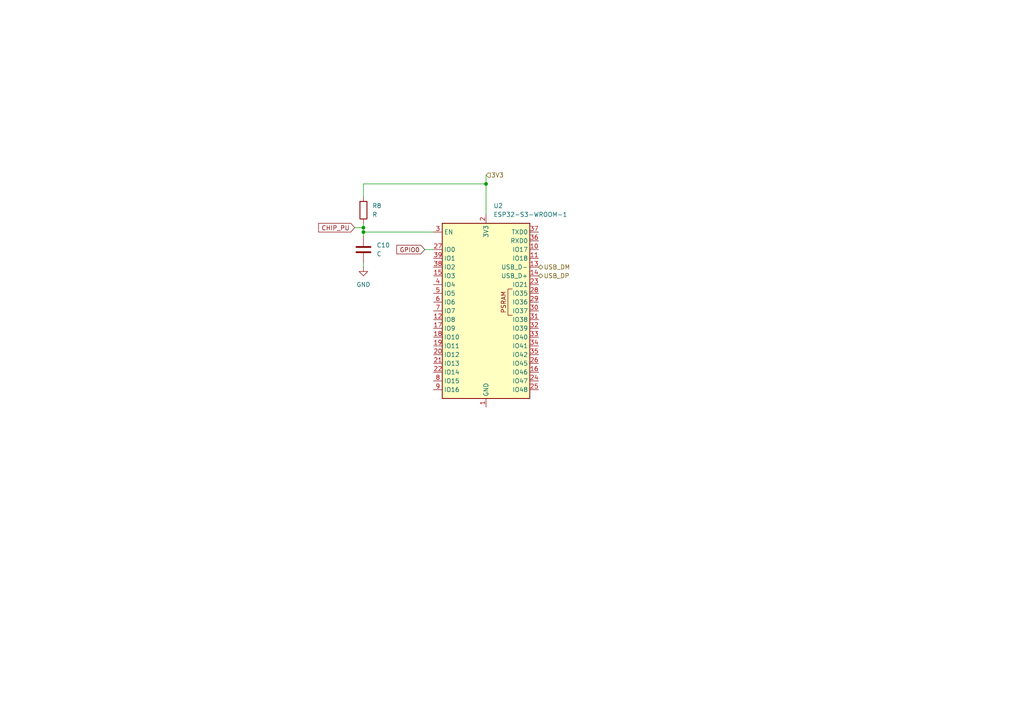
<source format=kicad_sch>
(kicad_sch (version 20250114) (generator "eeschema") (generator_version "9.0")
  (paper "A4")
  (lib_symbols
    (symbol "Device:C" (pin_numbers (hide yes)) (pin_names (offset 0.254))
      (property "Reference" "C" (at 0.635 2.54 0))
      (property "Value" "C" (at 0.635 -2.54 0))
      (symbol "C_0_1"
        (polyline (pts (xy -2.032 0.762) (xy 2.032 0.762)) (stroke (width 0.508)))
        (polyline (pts (xy -2.032 -0.762) (xy 2.032 -0.762)) (stroke (width 0.508)))
      )
      (symbol "C_1_1"
        (pin passive line (at 0 3.81 270) (length 2.794) (name "~") (number "1"))
        (pin passive line (at 0 -3.81 90) (length 2.794) (name "~") (number "2"))
      )
    )
    (symbol "Device:R" (pin_numbers (hide yes)) (pin_names (offset 0))
      (property "Reference" "R" (at 2.032 0 90))
      (property "Value" "R" (at 0 0 90))
      (symbol "R_0_1"
        (rectangle (start -1.016 -2.54) (end 1.016 2.54) (stroke (width 0.254)))
      )
      (symbol "R_1_1"
        (pin passive line (at 0 3.81 270) (length 1.27) (name "~") (number "1"))
        (pin passive line (at 0 -3.81 90) (length 1.27) (name "~") (number "2"))
      )
    )
    (symbol "RF_Module:ESP32-S3-WROOM-1"
      (property "Reference" "U" (at -12.7 26.67 0))
      (property "Value" "ESP32-S3-WROOM-1" (at 12.7 26.67 0))
      (symbol "ESP32-S3-WROOM-1_0_0"
        (rectangle (start -12.7 25.4) (end 12.7 -25.4) (stroke (width 0.254)) (fill (type background)))
        (text "PSRAM" (at 5.08 2.54 900) (effects (font (size 1.27 1.27))))
      )
      (symbol "ESP32-S3-WROOM-1_0_1"
        (polyline (pts (xy 7.62 -1.27) (xy 6.35 -1.27) (xy 6.35 6.35) (xy 7.62 6.35)))
      )
      (symbol "ESP32-S3-WROOM-1_1_1"
        (pin input line (at -15.24 22.86 0) (length 2.54) (name "EN") (number "3"))
        (pin bidirectional line (at -15.24 17.78 0) (length 2.54) (name "IO0") (number "27"))
        (pin bidirectional line (at -15.24 15.24 0) (length 2.54) (name "IO1") (number "39"))
        (pin bidirectional line (at -15.24 12.7 0) (length 2.54) (name "IO2") (number "38"))
        (pin bidirectional line (at -15.24 10.16 0) (length 2.54) (name "IO3") (number "15"))
        (pin bidirectional line (at -15.24 7.62 0) (length 2.54) (name "IO4") (number "4"))
        (pin bidirectional line (at -15.24 5.08 0) (length 2.54) (name "IO5") (number "5"))
        (pin bidirectional line (at -15.24 2.54 0) (length 2.54) (name "IO6") (number "6"))
        (pin bidirectional line (at -15.24 0 0) (length 2.54) (name "IO7") (number "7"))
        (pin bidirectional line (at -15.24 -2.54 0) (length 2.54) (name "IO8") (number "12"))
        (pin bidirectional line (at -15.24 -5.08 0) (length 2.54) (name "IO9") (number "17"))
        (pin bidirectional line (at -15.24 -7.62 0) (length 2.54) (name "IO10") (number "18"))
        (pin bidirectional line (at -15.24 -10.16 0) (length 2.54) (name "IO11") (number "19"))
        (pin bidirectional line (at -15.24 -12.7 0) (length 2.54) (name "IO12") (number "20"))
        (pin bidirectional line (at -15.24 -15.24 0) (length 2.54) (name "IO13") (number "21"))
        (pin bidirectional line (at -15.24 -17.78 0) (length 2.54) (name "IO14") (number "22"))
        (pin bidirectional line (at -15.24 -20.32 0) (length 2.54) (name "IO15") (number "8"))
        (pin bidirectional line (at -15.24 -22.86 0) (length 2.54) (name "IO16") (number "9"))
        (pin power_in line (at 0 27.94 270) (length 2.54) (name "3V3") (number "2"))
        (pin power_in line (at 0 -27.94 90) (length 2.54) (name "GND") (number "1"))
        (pin passive line (at 0 -27.94 90) (length 2.54) (hide yes) (name "GND") (number "40"))
        (pin passive line (at 0 -27.94 90) (length 2.54) (hide yes) (name "GND") (number "41"))
        (pin bidirectional line (at 15.24 22.86 180) (length 2.54) (name "TXD0") (number "37"))
        (pin bidirectional line (at 15.24 20.32 180) (length 2.54) (name "RXD0") (number "36"))
        (pin bidirectional line (at 15.24 17.78 180) (length 2.54) (name "IO17") (number "10"))
        (pin bidirectional line (at 15.24 15.24 180) (length 2.54) (name "IO18") (number "11"))
        (pin bidirectional line (at 15.24 12.7 180) (length 2.54) (name "USB_D-") (number "13"))
        (pin bidirectional line (at 15.24 10.16 180) (length 2.54) (name "USB_D+") (number "14"))
        (pin bidirectional line (at 15.24 7.62 180) (length 2.54) (name "IO21") (number "23"))
        (pin bidirectional line (at 15.24 5.08 180) (length 2.54) (name "IO35") (number "28"))
        (pin bidirectional line (at 15.24 2.54 180) (length 2.54) (name "IO36") (number "29"))
        (pin bidirectional line (at 15.24 0 180) (length 2.54) (name "IO37") (number "30"))
        (pin bidirectional line (at 15.24 -2.54 180) (length 2.54) (name "IO38") (number "31"))
        (pin bidirectional line (at 15.24 -5.08 180) (length 2.54) (name "IO39") (number "32"))
        (pin bidirectional line (at 15.24 -7.62 180) (length 2.54) (name "IO40") (number "33"))
        (pin bidirectional line (at 15.24 -10.16 180) (length 2.54) (name "IO41") (number "34"))
        (pin bidirectional line (at 15.24 -12.7 180) (length 2.54) (name "IO42") (number "35"))
        (pin bidirectional line (at 15.24 -15.24 180) (length 2.54) (name "IO45") (number "26"))
        (pin bidirectional line (at 15.24 -17.78 180) (length 2.54) (name "IO46") (number "16"))
        (pin bidirectional line (at 15.24 -20.32 180) (length 2.54) (name "IO47") (number "24"))
        (pin bidirectional line (at 15.24 -22.86 180) (length 2.54) (name "IO48") (number "25"))
      )
    )
    (symbol "power:GND" (power) (pin_numbers (hide yes)) (pin_names (offset 0) (hide yes))
      (property "Value" "GND" (at 0 -3.81 0))
      (symbol "GND_0_1"
        (polyline (pts (xy 0 0) (xy 0 -1.27) (xy 1.27 -1.27) (xy 0 -2.54) (xy -1.27 -1.27) (xy 0 -1.27)))
      )
      (symbol "GND_1_1"
        (pin power_in line (at 0 0 270) (length 0) (name "~") (number "1"))
      )
    )
  )
  (junction (at 105.41 67.31))
  (junction (at 105.41 66.04))
  (junction (at 140.97 53.34))
  (wire (pts (xy 105.41 53.34) (xy 105.41 57.15)))
  (wire (pts (xy 123.19 72.39) (xy 125.73 72.39)))
  (wire (pts (xy 105.41 67.31) (xy 125.73 67.31)))
  (wire (pts (xy 140.97 62.23) (xy 140.97 53.34)))
  (wire (pts (xy 140.97 50.8) (xy 140.97 53.34)))
  (wire (pts (xy 102.87 66.04) (xy 105.41 66.04)))
  (wire (pts (xy 105.41 67.31) (xy 105.41 68.58)))
  (wire (pts (xy 105.41 77.47) (xy 105.41 76.2)))
  (wire (pts (xy 105.41 66.04) (xy 105.41 67.31)))
  (wire (pts (xy 105.41 64.77) (xy 105.41 66.04)))
  (wire (pts (xy 140.97 53.34) (xy 105.41 53.34)))
  (global_label "CHIP_PU" (shape input) (at 102.87 66.04 180) (property "Intersheetrefs" "${INTERSHEET_REFS}" (effects (hide yes))))
  (global_label "GPIO0" (shape input) (at 123.19 72.39 180) (property "Intersheetrefs" "${INTERSHEET_REFS}" (effects (hide yes))))
  (hierarchical_label "3V3" (shape input) (at 140.97 50.8 0))
  (hierarchical_label "USB_DP" (shape bidirectional) (at 156.21 80.01 0))
  (hierarchical_label "USB_DM" (shape bidirectional) (at 156.21 77.47 0))
  (symbol (lib_id "RF_Module:ESP32-S3-WROOM-1") (at 140.97 90.17 0) (unit 1)
    (property "Reference" "U2" (at 143.1133 59.69 0) (effects (justify left)))
    (property "Value" "ESP32-S3-WROOM-1" (at 143.1133 62.23 0) (effects (justify left)))
    (property "Footprint" "RF_Module:ESP32-S3-WROOM-1" (effects (hide yes)))
    (property "Datasheet" "https://www.espressif.com/sites/default/files/documentation/esp32-s3-wroom-1_wroom-1u_datasheet_en.pdf" (effects (hide yes)))
    (property "Description" "RF Module, ESP32-S3 SoC, Wi-Fi 802.11b/g/n, Bluetooth, BLE, 32-bit, 3.3V, onboard antenna, SMD" (effects (hide yes)))
  )
  (symbol (lib_id "Device:C") (at 105.41 72.39 0) (unit 1)
    (property "Reference" "C10" (at 109.22 71.1199 0) (effects (justify left)))
    (property "Value" "C" (at 109.22 73.6599 0) (effects (justify left)))
    (property "Description" "Unpolarized capacitor" (effects (hide yes)))
  )
  (symbol (lib_id "Device:R") (at 105.41 60.96 0) (unit 1)
    (property "Reference" "R8" (at 107.95 59.6899 0) (effects (justify left)))
    (property "Value" "R" (at 107.95 62.2299 0) (effects (justify left)))
    (property "Description" "Resistor" (effects (hide yes)))
  )
  (symbol (lib_id "power:GND") (at 105.41 77.47 0) (unit 1)
    (property "Reference" "#PWR07" (effects (hide yes)))
    (property "Value" "GND" (at 105.41 82.55 0))
    (property "Description" "Power symbol creates a global label with name \"GND\" , ground" (effects (hide yes)))
  )
)
</source>
